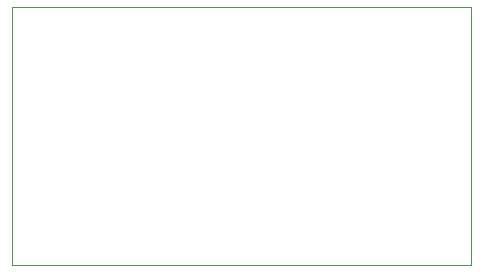
<source format=gbr>
G04 #@! TF.GenerationSoftware,KiCad,Pcbnew,(5.1.4)-1*
G04 #@! TF.CreationDate,2020-02-13T09:56:34+00:00*
G04 #@! TF.ProjectId,Phono stereo 2 smd,50686f6e-6f20-4737-9465-72656f203220,rev?*
G04 #@! TF.SameCoordinates,Original*
G04 #@! TF.FileFunction,Profile,NP*
%FSLAX46Y46*%
G04 Gerber Fmt 4.6, Leading zero omitted, Abs format (unit mm)*
G04 Created by KiCad (PCBNEW (5.1.4)-1) date 2020-02-13 09:56:34*
%MOMM*%
%LPD*%
G04 APERTURE LIST*
%ADD10C,0.100000*%
G04 APERTURE END LIST*
D10*
X58674000Y-35560000D02*
X19812000Y-35560000D01*
X58674000Y-57404000D02*
X58674000Y-35560000D01*
X19812000Y-57404000D02*
X58674000Y-57404000D01*
X19812000Y-35560000D02*
X19812000Y-57404000D01*
M02*

</source>
